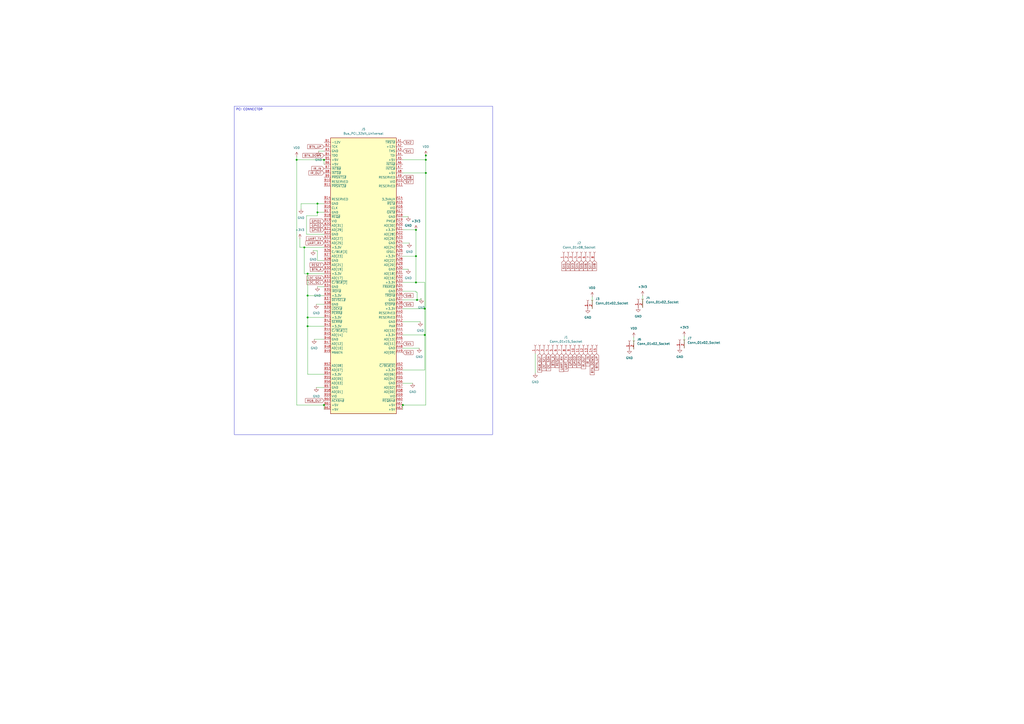
<source format=kicad_sch>
(kicad_sch (version 20231120) (generator "eeschema") (generator_version "8.0")
  (paper "A2")
  (title_block (title "NSEC BADGE 2025"))
  (lib_symbols
    (symbol "Connector:Bus_PCI_32bit_Universal"
      (property "Reference" "J" (at 0 80.01 0))
      (property "Value" "Bus_PCI_32bit_Universal" (at 0 -82.55 0))
      (symbol "Bus_PCI_32bit_Universal_0_1"
        (rectangle (start -19.05 78.74) (end 19.05 -81.28) (stroke (width 0.254)) (fill (type background)))
      )
      (symbol "Bus_PCI_32bit_Universal_1_1"
        (pin output line (at 22.86 76.2 180) (length 3.81) (name "~{TRST#}") (number "A1"))
        (pin power_in line (at 22.86 53.34 180) (length 3.81) (name "VIO") (number "A10"))
        (pin passive line (at 22.86 50.8 180) (length 3.81) (name "RESERVED") (number "A11"))
        (pin passive line (at 22.86 43.18 180) (length 3.81) (name "3.3VAUX") (number "A14"))
        (pin output line (at 22.86 40.64 180) (length 3.81) (name "~{RST#}") (number "A15"))
        (pin power_in line (at 22.86 38.1 180) (length 3.81) (name "VIO") (number "A16"))
        (pin bidirectional line (at 22.86 35.56 180) (length 3.81) (name "~{GNT#}") (number "A17"))
        (pin power_in line (at 22.86 33.02 180) (length 3.81) (name "GND") (number "A18"))
        (pin passive line (at 22.86 30.48 180) (length 3.81) (name "PME#") (number "A19"))
        (pin power_in line (at 22.86 73.66 180) (length 3.81) (name "+12V") (number "A2"))
        (pin bidirectional line (at 22.86 27.94 180) (length 3.81) (name "AD[30]") (number "A20"))
        (pin power_in line (at 22.86 25.4 180) (length 3.81) (name "+3.3V") (number "A21"))
        (pin bidirectional line (at 22.86 22.86 180) (length 3.81) (name "AD[28]") (number "A22"))
        (pin bidirectional line (at 22.86 20.32 180) (length 3.81) (name "AD[26]") (number "A23"))
        (pin power_in line (at 22.86 17.78 180) (length 3.81) (name "GND") (number "A24"))
        (pin bidirectional line (at 22.86 15.24 180) (length 3.81) (name "AD[24]") (number "A25"))
        (pin output line (at 22.86 12.7 180) (length 3.81) (name "IDSEL") (number "A26"))
        (pin power_in line (at 22.86 10.16 180) (length 3.81) (name "+3.3V") (number "A27"))
        (pin bidirectional line (at 22.86 7.62 180) (length 3.81) (name "AD[22]") (number "A28"))
        (pin bidirectional line (at 22.86 5.08 180) (length 3.81) (name "AD[20]") (number "A29"))
        (pin output line (at 22.86 71.12 180) (length 3.81) (name "TMS") (number "A3"))
        (pin power_in line (at 22.86 2.54 180) (length 3.81) (name "GND") (number "A30"))
        (pin bidirectional line (at 22.86 0 180) (length 3.81) (name "AD[18]") (number "A31"))
        (pin bidirectional line (at 22.86 -2.54 180) (length 3.81) (name "AD[16]") (number "A32"))
        (pin power_in line (at 22.86 -5.08 180) (length 3.81) (name "+3.3V") (number "A33"))
        (pin bidirectional line (at 22.86 -7.62 180) (length 3.81) (name "~{FRAME#}") (number "A34"))
        (pin power_in line (at 22.86 -10.16 180) (length 3.81) (name "GND") (number "A35"))
        (pin bidirectional line (at 22.86 -12.7 180) (length 3.81) (name "~{TRDY#}") (number "A36"))
        (pin power_in line (at 22.86 -15.24 180) (length 3.81) (name "GND") (number "A37"))
        (pin bidirectional line (at 22.86 -17.78 180) (length 3.81) (name "~{STOP#}") (number "A38"))
        (pin power_in line (at 22.86 -20.32 180) (length 3.81) (name "+3.3V") (number "A39"))
        (pin output line (at 22.86 68.58 180) (length 3.81) (name "TDI") (number "A4"))
        (pin bidirectional line (at 22.86 -22.86 180) (length 3.81) (name "RESERVED") (number "A40"))
        (pin bidirectional line (at 22.86 -25.4 180) (length 3.81) (name "RESERVED") (number "A41"))
        (pin power_in line (at 22.86 -27.94 180) (length 3.81) (name "GND") (number "A42"))
        (pin bidirectional line (at 22.86 -30.48 180) (length 3.81) (name "PAR") (number "A43"))
        (pin bidirectional line (at 22.86 -33.02 180) (length 3.81) (name "AD[15]") (number "A44"))
        (pin power_in line (at 22.86 -35.56 180) (length 3.81) (name "+3.3V") (number "A45"))
        (pin bidirectional line (at 22.86 -38.1 180) (length 3.81) (name "AD[13]") (number "A46"))
        (pin bidirectional line (at 22.86 -40.64 180) (length 3.81) (name "AD[11]") (number "A47"))
        (pin power_in line (at 22.86 -43.18 180) (length 3.81) (name "GND") (number "A48"))
        (pin bidirectional line (at 22.86 -45.72 180) (length 3.81) (name "AD[09]") (number "A49"))
        (pin power_in line (at 22.86 66.04 180) (length 3.81) (name "+5V") (number "A5"))
        (pin bidirectional line (at 22.86 -53.34 180) (length 3.81) (name "~{C/BE#[0]}") (number "A52"))
        (pin power_in line (at 22.86 -55.88 180) (length 3.81) (name "+3.3V") (number "A53"))
        (pin bidirectional line (at 22.86 -58.42 180) (length 3.81) (name "AD[06]") (number "A54"))
        (pin bidirectional line (at 22.86 -60.96 180) (length 3.81) (name "AD[04]") (number "A55"))
        (pin power_in line (at 22.86 -63.5 180) (length 3.81) (name "GND") (number "A56"))
        (pin bidirectional line (at 22.86 -66.04 180) (length 3.81) (name "AD[02]") (number "A57"))
        (pin bidirectional line (at 22.86 -68.58 180) (length 3.81) (name "AD[00]") (number "A58"))
        (pin power_in line (at 22.86 -71.12 180) (length 3.81) (name "VIO") (number "A59"))
        (pin input line (at 22.86 63.5 180) (length 3.81) (name "~{INTA#}") (number "A6"))
        (pin bidirectional line (at 22.86 -73.66 180) (length 3.81) (name "~{REQ64#}") (number "A60"))
        (pin power_in line (at 22.86 -76.2 180) (length 3.81) (name "+5V") (number "A61"))
        (pin power_in line (at 22.86 -78.74 180) (length 3.81) (name "+5V") (number "A62"))
        (pin input line (at 22.86 60.96 180) (length 3.81) (name "~{INTC#}") (number "A7"))
        (pin power_in line (at 22.86 58.42 180) (length 3.81) (name "+5V") (number "A8"))
        (pin passive line (at 22.86 55.88 180) (length 3.81) (name "RESERVED") (number "A9"))
        (pin power_in line (at -22.86 76.2 0) (length 3.81) (name "-12V") (number "B1"))
        (pin passive line (at -22.86 53.34 0) (length 3.81) (name "RESERVED") (number "B10"))
        (pin input line (at -22.86 50.8 0) (length 3.81) (name "~{PRSNT2#}") (number "B11"))
        (pin passive line (at -22.86 43.18 0) (length 3.81) (name "RESERVED") (number "B14"))
        (pin power_in line (at -22.86 40.64 0) (length 3.81) (name "GND") (number "B15"))
        (pin output line (at -22.86 38.1 0) (length 3.81) (name "CLK") (number "B16"))
        (pin power_in line (at -22.86 35.56 0) (length 3.81) (name "GND") (number "B17"))
        (pin bidirectional line (at -22.86 33.02 0) (length 3.81) (name "~{REQ#}") (number "B18"))
        (pin power_in line (at -22.86 30.48 0) (length 3.81) (name "VIO") (number "B19"))
        (pin output line (at -22.86 73.66 0) (length 3.81) (name "TCK") (number "B2"))
        (pin bidirectional line (at -22.86 27.94 0) (length 3.81) (name "AD[31]") (number "B20"))
        (pin bidirectional line (at -22.86 25.4 0) (length 3.81) (name "AD[29]") (number "B21"))
        (pin power_in line (at -22.86 22.86 0) (length 3.81) (name "GND") (number "B22"))
        (pin bidirectional line (at -22.86 20.32 0) (length 3.81) (name "AD[27]") (number "B23"))
        (pin bidirectional line (at -22.86 17.78 0) (length 3.81) (name "AD[25]") (number "B24"))
        (pin power_in line (at -22.86 15.24 0) (length 3.81) (name "+3.3V") (number "B25"))
        (pin bidirectional line (at -22.86 12.7 0) (length 3.81) (name "C/BE#[3]") (number "B26"))
        (pin bidirectional line (at -22.86 10.16 0) (length 3.81) (name "AD[23]") (number "B27"))
        (pin power_in line (at -22.86 7.62 0) (length 3.81) (name "GND") (number "B28"))
        (pin bidirectional line (at -22.86 5.08 0) (length 3.81) (name "AD[21]") (number "B29"))
        (pin power_in line (at -22.86 71.12 0) (length 3.81) (name "GND") (number "B3"))
        (pin bidirectional line (at -22.86 2.54 0) (length 3.81) (name "AD[19]") (number "B30"))
        (pin power_in line (at -22.86 0 0) (length 3.81) (name "+3.3V") (number "B31"))
        (pin bidirectional line (at -22.86 -2.54 0) (length 3.81) (name "AD[17]") (number "B32"))
        (pin bidirectional line (at -22.86 -5.08 0) (length 3.81) (name "~{C/BE#[2]}") (number "B33"))
        (pin power_in line (at -22.86 -7.62 0) (length 3.81) (name "GND") (number "B34"))
        (pin bidirectional line (at -22.86 -10.16 0) (length 3.81) (name "~{IRDY#}") (number "B35"))
        (pin power_in line (at -22.86 -12.7 0) (length 3.81) (name "+3.3V") (number "B36"))
        (pin bidirectional line (at -22.86 -15.24 0) (length 3.81) (name "~{DEVSEL#}") (number "B37"))
        (pin power_in line (at -22.86 -17.78 0) (length 3.81) (name "GND") (number "B38"))
        (pin bidirectional line (at -22.86 -20.32 0) (length 3.81) (name "~{LOCK#}") (number "B39"))
        (pin input line (at -22.86 68.58 0) (length 3.81) (name "TDO") (number "B4"))
        (pin bidirectional line (at -22.86 -22.86 0) (length 3.81) (name "~{PERR#}") (number "B40"))
        (pin power_in line (at -22.86 -25.4 0) (length 3.81) (name "+3.3V") (number "B41"))
        (pin input line (at -22.86 -27.94 0) (length 3.81) (name "~{SERR#}") (number "B42"))
        (pin power_in line (at -22.86 -30.48 0) (length 3.81) (name "+3.3V") (number "B43"))
        (pin bidirectional line (at -22.86 -33.02 0) (length 3.81) (name "~{C/BE#[1]}") (number "B44"))
        (pin bidirectional line (at -22.86 -35.56 0) (length 3.81) (name "AD[14]") (number "B45"))
        (pin power_in line (at -22.86 -38.1 0) (length 3.81) (name "GND") (number "B46"))
        (pin bidirectional line (at -22.86 -40.64 0) (length 3.81) (name "AD[12]") (number "B47"))
        (pin bidirectional line (at -22.86 -43.18 0) (length 3.81) (name "AD[10]") (number "B48"))
        (pin power_in line (at -22.86 -45.72 0) (length 3.81) (name "M66EN") (number "B49"))
        (pin power_in line (at -22.86 66.04 0) (length 3.81) (name "+5V") (number "B5"))
        (pin bidirectional line (at -22.86 -53.34 0) (length 3.81) (name "AD[08]") (number "B52"))
        (pin bidirectional line (at -22.86 -55.88 0) (length 3.81) (name "AD[07]") (number "B53"))
        (pin input line (at -22.86 -58.42 0) (length 3.81) (name "+3.3V") (number "B54"))
        (pin bidirectional line (at -22.86 -60.96 0) (length 3.81) (name "AD[05]") (number "B55"))
        (pin bidirectional line (at -22.86 -63.5 0) (length 3.81) (name "AD[03]") (number "B56"))
        (pin power_in line (at -22.86 -66.04 0) (length 3.81) (name "GND") (number "B57"))
        (pin bidirectional line (at -22.86 -68.58 0) (length 3.81) (name "AD[01]") (number "B58"))
        (pin power_in line (at -22.86 -71.12 0) (length 3.81) (name "VIO") (number "B59"))
        (pin power_in line (at -22.86 63.5 0) (length 3.81) (name "+5V") (number "B6"))
        (pin bidirectional line (at -22.86 -73.66 0) (length 3.81) (name "~{ACK64#}") (number "B60"))
        (pin power_in line (at -22.86 -76.2 0) (length 3.81) (name "+5V") (number "B61"))
        (pin power_in line (at -22.86 -78.74 0) (length 3.81) (name "+5V") (number "B62"))
        (pin input line (at -22.86 60.96 0) (length 3.81) (name "~{INTB#}") (number "B7"))
        (pin input line (at -22.86 58.42 0) (length 3.81) (name "~{INTD#}") (number "B8"))
        (pin input line (at -22.86 55.88 0) (length 3.81) (name "~{PRSNT1#}") (number "B9"))
      )
    )
    (symbol "Connector:Conn_01x02_Socket" (pin_names (offset 1.016) hide)
      (property "Reference" "J" (at 0 2.54 0))
      (property "Value" "Conn_01x02_Socket" (at 0 -5.08 0))
      (symbol "Conn_01x02_Socket_1_1"
        (arc (start 0 -2.032) (mid -0.5058 -2.54) (end 0 -3.048) (stroke (width 0.1524)))
        (polyline (pts (xy -1.27 -2.54) (xy -0.508 -2.54)) (stroke (width 0.1524)))
        (polyline (pts (xy -1.27 0) (xy -0.508 0)) (stroke (width 0.1524)))
        (arc (start 0 0.508) (mid -0.5058 0) (end 0 -0.508) (stroke (width 0.1524)))
        (pin passive line (at -5.08 0 0) (length 3.81) (name "Pin_1") (number "1"))
        (pin passive line (at -5.08 -2.54 0) (length 3.81) (name "Pin_2") (number "2"))
      )
    )
    (symbol "Connector:Conn_01x08_Socket" (pin_names (offset 1.016) hide)
      (property "Reference" "J" (at 0 10.16 0))
      (property "Value" "Conn_01x08_Socket" (at 0 -12.7 0))
      (symbol "Conn_01x08_Socket_1_1"
        (arc (start 0 -9.652) (mid -0.5058 -10.16) (end 0 -10.668) (stroke (width 0.1524)))
        (arc (start 0 -7.112) (mid -0.5058 -7.62) (end 0 -8.128) (stroke (width 0.1524)))
        (arc (start 0 -4.572) (mid -0.5058 -5.08) (end 0 -5.588) (stroke (width 0.1524)))
        (arc (start 0 -2.032) (mid -0.5058 -2.54) (end 0 -3.048) (stroke (width 0.1524)))
        (polyline (pts (xy -1.27 -10.16) (xy -0.508 -10.16)) (stroke (width 0.1524)))
        (polyline (pts (xy -1.27 -7.62) (xy -0.508 -7.62)) (stroke (width 0.1524)))
        (polyline (pts (xy -1.27 -5.08) (xy -0.508 -5.08)) (stroke (width 0.1524)))
        (polyline (pts (xy -1.27 -2.54) (xy -0.508 -2.54)) (stroke (width 0.1524)))
        (polyline (pts (xy -1.27 0) (xy -0.508 0)) (stroke (width 0.1524)))
        (polyline (pts (xy -1.27 2.54) (xy -0.508 2.54)) (stroke (width 0.1524)))
        (polyline (pts (xy -1.27 5.08) (xy -0.508 5.08)) (stroke (width 0.1524)))
        (polyline (pts (xy -1.27 7.62) (xy -0.508 7.62)) (stroke (width 0.1524)))
        (arc (start 0 0.508) (mid -0.5058 0) (end 0 -0.508) (stroke (width 0.1524)))
        (arc (start 0 3.048) (mid -0.5058 2.54) (end 0 2.032) (stroke (width 0.1524)))
        (arc (start 0 5.588) (mid -0.5058 5.08) (end 0 4.572) (stroke (width 0.1524)))
        (arc (start 0 8.128) (mid -0.5058 7.62) (end 0 7.112) (stroke (width 0.1524)))
        (pin passive line (at -5.08 7.62 0) (length 3.81) (name "Pin_1") (number "1"))
        (pin passive line (at -5.08 5.08 0) (length 3.81) (name "Pin_2") (number "2"))
        (pin passive line (at -5.08 2.54 0) (length 3.81) (name "Pin_3") (number "3"))
        (pin passive line (at -5.08 0 0) (length 3.81) (name "Pin_4") (number "4"))
        (pin passive line (at -5.08 -2.54 0) (length 3.81) (name "Pin_5") (number "5"))
        (pin passive line (at -5.08 -5.08 0) (length 3.81) (name "Pin_6") (number "6"))
        (pin passive line (at -5.08 -7.62 0) (length 3.81) (name "Pin_7") (number "7"))
        (pin passive line (at -5.08 -10.16 0) (length 3.81) (name "Pin_8") (number "8"))
      )
    )
    (symbol "Connector:Conn_01x15_Socket" (pin_names (offset 1.016) hide)
      (property "Reference" "J" (at 0 20.32 0))
      (property "Value" "Conn_01x15_Socket" (at 0 -20.32 0))
      (symbol "Conn_01x15_Socket_1_1"
        (arc (start 0 -17.272) (mid -0.5058 -17.78) (end 0 -18.288) (stroke (width 0.1524)))
        (arc (start 0 -14.732) (mid -0.5058 -15.24) (end 0 -15.748) (stroke (width 0.1524)))
        (arc (start 0 -12.192) (mid -0.5058 -12.7) (end 0 -13.208) (stroke (width 0.1524)))
        (arc (start 0 -9.652) (mid -0.5058 -10.16) (end 0 -10.668) (stroke (width 0.1524)))
        (arc (start 0 -7.112) (mid -0.5058 -7.62) (end 0 -8.128) (stroke (width 0.1524)))
        (arc (start 0 -4.572) (mid -0.5058 -5.08) (end 0 -5.588) (stroke (width 0.1524)))
        (arc (start 0 -2.032) (mid -0.5058 -2.54) (end 0 -3.048) (stroke (width 0.1524)))
        (polyline (pts (xy -1.27 -17.78) (xy -0.508 -17.78)) (stroke (width 0.1524)))
        (polyline (pts (xy -1.27 -15.24) (xy -0.508 -15.24)) (stroke (width 0.1524)))
        (polyline (pts (xy -1.27 -12.7) (xy -0.508 -12.7)) (stroke (width 0.1524)))
        (polyline (pts (xy -1.27 -10.16) (xy -0.508 -10.16)) (stroke (width 0.1524)))
        (polyline (pts (xy -1.27 -7.62) (xy -0.508 -7.62)) (stroke (width 0.1524)))
        (polyline (pts (xy -1.27 -5.08) (xy -0.508 -5.08)) (stroke (width 0.1524)))
        (polyline (pts (xy -1.27 -2.54) (xy -0.508 -2.54)) (stroke (width 0.1524)))
        (polyline (pts (xy -1.27 0) (xy -0.508 0)) (stroke (width 0.1524)))
        (polyline (pts (xy -1.27 2.54) (xy -0.508 2.54)) (stroke (width 0.1524)))
        (polyline (pts (xy -1.27 5.08) (xy -0.508 5.08)) (stroke (width 0.1524)))
        (polyline (pts (xy -1.27 7.62) (xy -0.508 7.62)) (stroke (width 0.1524)))
        (polyline (pts (xy -1.27 10.16) (xy -0.508 10.16)) (stroke (width 0.1524)))
        (polyline (pts (xy -1.27 12.7) (xy -0.508 12.7)) (stroke (width 0.1524)))
        (polyline (pts (xy -1.27 15.24) (xy -0.508 15.24)) (stroke (width 0.1524)))
        (polyline (pts (xy -1.27 17.78) (xy -0.508 17.78)) (stroke (width 0.1524)))
        (arc (start 0 0.508) (mid -0.5058 0) (end 0 -0.508) (stroke (width 0.1524)))
        (arc (start 0 3.048) (mid -0.5058 2.54) (end 0 2.032) (stroke (width 0.1524)))
        (arc (start 0 5.588) (mid -0.5058 5.08) (end 0 4.572) (stroke (width 0.1524)))
        (arc (start 0 8.128) (mid -0.5058 7.62) (end 0 7.112) (stroke (width 0.1524)))
        (arc (start 0 10.668) (mid -0.5058 10.16) (end 0 9.652) (stroke (width 0.1524)))
        (arc (start 0 13.208) (mid -0.5058 12.7) (end 0 12.192) (stroke (width 0.1524)))
        (arc (start 0 15.748) (mid -0.5058 15.24) (end 0 14.732) (stroke (width 0.1524)))
        (arc (start 0 18.288) (mid -0.5058 17.78) (end 0 17.272) (stroke (width 0.1524)))
        (pin passive line (at -5.08 17.78 0) (length 3.81) (name "Pin_1") (number "1"))
        (pin passive line (at -5.08 -5.08 0) (length 3.81) (name "Pin_10") (number "10"))
        (pin passive line (at -5.08 -7.62 0) (length 3.81) (name "Pin_11") (number "11"))
        (pin passive line (at -5.08 -10.16 0) (length 3.81) (name "Pin_12") (number "12"))
        (pin passive line (at -5.08 -12.7 0) (length 3.81) (name "Pin_13") (number "13"))
        (pin passive line (at -5.08 -15.24 0) (length 3.81) (name "Pin_14") (number "14"))
        (pin passive line (at -5.08 -17.78 0) (length 3.81) (name "Pin_15") (number "15"))
        (pin passive line (at -5.08 15.24 0) (length 3.81) (name "Pin_2") (number "2"))
        (pin passive line (at -5.08 12.7 0) (length 3.81) (name "Pin_3") (number "3"))
        (pin passive line (at -5.08 10.16 0) (length 3.81) (name "Pin_4") (number "4"))
        (pin passive line (at -5.08 7.62 0) (length 3.81) (name "Pin_5") (number "5"))
        (pin passive line (at -5.08 5.08 0) (length 3.81) (name "Pin_6") (number "6"))
        (pin passive line (at -5.08 2.54 0) (length 3.81) (name "Pin_7") (number "7"))
        (pin passive line (at -5.08 0 0) (length 3.81) (name "Pin_8") (number "8"))
        (pin passive line (at -5.08 -2.54 0) (length 3.81) (name "Pin_9") (number "9"))
      )
    )
    (symbol "power:+3V3" (power) (pin_numbers hide) (pin_names (offset 0) hide)
      (property "Value" "+3V3" (at 0 3.556 0))
      (symbol "+3V3_0_1"
        (polyline (pts (xy -0.762 1.27) (xy 0 2.54)))
        (polyline (pts (xy 0 0) (xy 0 2.54)))
        (polyline (pts (xy 0 2.54) (xy 0.762 1.27)))
      )
      (symbol "+3V3_1_1"
        (pin power_in line (at 0 0 90) (length 0) (name "~") (number "1"))
      )
    )
    (symbol "power:GND" (power) (pin_numbers hide) (pin_names (offset 0) hide)
      (property "Value" "GND" (at 0 -3.81 0))
      (symbol "GND_0_1"
        (polyline (pts (xy 0 0) (xy 0 -1.27) (xy 1.27 -1.27) (xy 0 -2.54) (xy -1.27 -1.27) (xy 0 -1.27)))
      )
      (symbol "GND_1_1"
        (pin power_in line (at 0 0 270) (length 0) (name "~") (number "1"))
      )
    )
  )
  (junction (at 184.15 123.19))
  (junction (at 178.435 158.75))
  (junction (at 233.68 234.95))
  (junction (at 172.085 92.71))
  (junction (at 247.015 92.71))
  (junction (at 184.15 118.11))
  (junction (at 187.96 92.71))
  (junction (at 247.015 90.17))
  (junction (at 241.3 163.83))
  (junction (at 246.38 179.07))
  (junction (at 246.38 194.31))
  (junction (at 241.3 133.35))
  (junction (at 187.96 234.95))
  (junction (at 241.3 148.59))
  (junction (at 178.435 189.23))
  (junction (at 176.53 143.51))
  (junction (at 178.435 171.45))
  (junction (at 178.435 184.15))
  (junction (at 247.015 100.33))
  (junction (at 241.935 173.99))
  (bus_entry (at -969.645 -440.055) (size 2.54 2.54))
  (wire (pts (xy 172.085 92.71) (xy 187.96 92.71)))
  (wire (pts (xy 178.435 158.75) (xy 187.96 158.75)))
  (wire (pts (xy 233.68 201.93) (xy 243.205 201.93)))
  (wire (pts (xy 233.68 234.95) (xy 247.015 234.95)))
  (wire (pts (xy 184.785 87.63) (xy 187.96 87.63)))
  (wire (pts (xy 187.96 92.71) (xy 187.96 95.25)))
  (wire (pts (xy 178.435 171.45) (xy 178.435 184.15)))
  (wire (pts (xy 177.8 135.89) (xy 187.96 135.89)))
  (wire (pts (xy 183.515 224.79) (xy 187.96 224.79)))
  (wire (pts (xy 184.15 166.37) (xy 187.96 166.37)))
  (wire (pts (xy 184.15 151.13) (xy 187.96 151.13)))
  (wire (pts (xy 246.38 194.31) (xy 246.38 214.63)))
  (wire (pts (xy 172.085 90.805) (xy 172.085 92.71)))
  (wire (pts (xy 241.3 169.545) (xy 241.3 168.91)))
  (wire (pts (xy 184.15 123.19) (xy 184.15 125.095)))
  (wire (pts (xy 182.245 196.85) (xy 187.96 196.85)))
  (wire (pts (xy 241.3 168.91) (xy 233.68 168.91)))
  (wire (pts (xy 367.665 195.58) (xy 367.665 202.565)))
  (wire (pts (xy 343.535 172.085) (xy 343.535 179.07)))
  (wire (pts (xy 247.015 90.17) (xy 247.015 92.71)))
  (wire (pts (xy 233.68 92.71) (xy 247.015 92.71)))
  (wire (pts (xy 247.015 92.71) (xy 247.015 100.33)))
  (wire (pts (xy 243.84 186.69) (xy 233.68 186.69)))
  (wire (pts (xy 178.435 184.15) (xy 178.435 189.23)))
  (wire (pts (xy 178.435 184.15) (xy 187.96 184.15)))
  (wire (pts (xy 247.015 100.33) (xy 233.68 100.33)))
  (wire (pts (xy 372.745 171.45) (xy 372.745 178.435)))
  (wire (pts (xy 246.38 163.83) (xy 241.3 163.83)))
  (wire (pts (xy 243.84 173.355) (xy 243.84 173.99)))
  (wire (pts (xy 176.53 143.51) (xy 176.53 158.75)))
  (wire (pts (xy 173.99 143.51) (xy 176.53 143.51)))
  (wire (pts (xy 237.49 140.97) (xy 233.68 140.97)))
  (wire (pts (xy 176.53 158.75) (xy 178.435 158.75)))
  (wire (pts (xy 241.3 163.83) (xy 233.68 163.83)))
  (wire (pts (xy 178.435 189.23) (xy 178.435 217.17)))
  (wire (pts (xy 244.475 173.355) (xy 243.84 173.355)))
  (wire (pts (xy 241.3 133.35) (xy 233.68 133.35)))
  (wire (pts (xy 247.015 234.95) (xy 247.015 100.33)))
  (wire (pts (xy 174.625 118.11) (xy 174.625 121.285)))
  (wire (pts (xy 233.68 179.07) (xy 246.38 179.07)))
  (wire (pts (xy 241.3 148.59) (xy 233.68 148.59)))
  (wire (pts (xy 236.855 156.21) (xy 233.68 156.21)))
  (wire (pts (xy 184.15 118.11) (xy 184.15 123.19)))
  (wire (pts (xy 310.515 216.535) (xy 310.515 205.105)))
  (wire (pts (xy 396.875 194.945) (xy 396.875 201.93)))
  (wire (pts (xy 172.085 234.95) (xy 187.96 234.95)))
  (wire (pts (xy 236.855 125.73) (xy 233.68 125.73)))
  (wire (pts (xy 246.38 179.07) (xy 246.38 163.83)))
  (wire (pts (xy 187.96 234.95) (xy 187.96 237.49)))
  (wire (pts (xy 178.435 189.23) (xy 187.96 189.23)))
  (wire (pts (xy 184.15 125.095) (xy 177.8 125.095)))
  (wire (pts (xy 173.99 138.43) (xy 173.99 143.51)))
  (wire (pts (xy 181.61 145.415) (xy 184.15 145.415)))
  (wire (pts (xy 184.15 118.11) (xy 174.625 118.11)))
  (wire (pts (xy 184.15 123.19) (xy 187.96 123.19)))
  (wire (pts (xy 241.3 163.83) (xy 241.3 148.59)))
  (wire (pts (xy 247.015 89.535) (xy 247.015 90.17)))
  (wire (pts (xy 233.68 237.49) (xy 233.68 234.95)))
  (wire (pts (xy 246.38 179.07) (xy 246.38 194.31)))
  (wire (pts (xy 176.53 143.51) (xy 187.96 143.51)))
  (wire (pts (xy 177.8 135.89) (xy 177.8 125.095)))
  (wire (pts (xy 178.435 171.45) (xy 187.96 171.45)))
  (wire (pts (xy 184.15 145.415) (xy 184.15 151.13)))
  (wire (pts (xy 183.515 176.53) (xy 187.96 176.53)))
  (wire (pts (xy 233.68 173.99) (xy 241.935 173.99)))
  (wire (pts (xy 178.435 217.17) (xy 187.96 217.17)))
  (wire (pts (xy 233.68 214.63) (xy 246.38 214.63)))
  (wire (pts (xy 241.3 169.545) (xy 241.935 169.545)))
  (wire (pts (xy 243.84 173.99) (xy 241.935 173.99)))
  (wire (pts (xy 241.3 148.59) (xy 241.3 133.35)))
  (wire (pts (xy 233.68 194.31) (xy 246.38 194.31)))
  (wire (pts (xy 241.935 169.545) (xy 241.935 173.99)))
  (wire (pts (xy 172.085 92.71) (xy 172.085 234.95)))
  (wire (pts (xy 184.15 118.11) (xy 187.96 118.11)))
  (wire (pts (xy 178.435 158.75) (xy 178.435 171.45)))
  (wire (pts (xy 239.395 222.25) (xy 233.68 222.25)))
  (text_box "PCI CONNECTOR" (at 135.89 61.595 0) (size 149.86 190.5) (effects (font (size 1.27 1.27)) (justify left top)))
  (global_label "I2C_SDA" (shape input) (at 187.96 161.29 180) (property "Intersheetrefs" "${INTERSHEET_REFS}" (effects (hide yes))))
  (global_label "SV5" (shape input) (at 337.185 151.13 270) (property "Intersheetrefs" "${INTERSHEET_REFS}" (effects (hide yes))))
  (global_label "IR_IN" (shape input) (at 187.96 97.79 180) (property "Intersheetrefs" "${INTERSHEET_REFS}" (effects (hide yes))))
  (global_label "SV8" (shape input) (at 344.805 151.13 270) (property "Intersheetrefs" "${INTERSHEET_REFS}" (effects (hide yes))))
  (global_label "BTN_DOWN" (shape input) (at 187.96 90.17 180) (property "Intersheetrefs" "${INTERSHEET_REFS}" (effects (hide yes))))
  (global_label "IR_IN" (shape input) (at 340.995 205.105 270) (property "Intersheetrefs" "${INTERSHEET_REFS}" (effects (hide yes))))
  (global_label "BTN_UP" (shape input) (at 187.96 85.09 180) (property "Intersheetrefs" "${INTERSHEET_REFS}" (effects (hide yes))))
  (global_label "SV1" (shape input) (at 327.025 151.13 270) (property "Intersheetrefs" "${INTERSHEET_REFS}" (effects (hide yes))))
  (global_label "UART_RX" (shape input) (at 325.755 205.105 270) (property "Intersheetrefs" "${INTERSHEET_REFS}" (effects (hide yes))))
  (global_label "GPIO1" (shape input) (at 330.835 205.105 270) (property "Intersheetrefs" "${INTERSHEET_REFS}" (effects (hide yes))))
  (global_label "SV3" (shape input) (at 332.105 151.13 270) (property "Intersheetrefs" "${INTERSHEET_REFS}" (effects (hide yes))))
  (global_label "SV4" (shape input) (at 334.645 151.13 270) (property "Intersheetrefs" "${INTERSHEET_REFS}" (effects (hide yes))))
  (global_label "SV2" (shape input) (at 329.565 151.13 270) (property "Intersheetrefs" "${INTERSHEET_REFS}" (effects (hide yes))))
  (global_label "UART_TX" (shape input) (at 187.96 138.43 180) (property "Intersheetrefs" "${INTERSHEET_REFS}" (effects (hide yes))))
  (global_label "IR_OUT" (shape input) (at 338.455 205.105 270) (property "Intersheetrefs" "${INTERSHEET_REFS}" (effects (hide yes))))
  (global_label "SV5" (shape input) (at 233.68 176.53 0) (property "Intersheetrefs" "${INTERSHEET_REFS}" (effects (hide yes))))
  (global_label "I2C_SCL" (shape input) (at 187.96 163.83 180) (property "Intersheetrefs" "${INTERSHEET_REFS}" (effects (hide yes))))
  (global_label "UART_RX" (shape input) (at 187.96 140.97 180) (property "Intersheetrefs" "${INTERSHEET_REFS}" (effects (hide yes))))
  (global_label "GPIO3" (shape input) (at 187.96 133.35 180) (property "Intersheetrefs" "${INTERSHEET_REFS}" (effects (hide yes))))
  (global_label "I2C_SCL" (shape input) (at 315.595 205.105 270) (property "Intersheetrefs" "${INTERSHEET_REFS}" (effects (hide yes))))
  (global_label "BTN_A" (shape input) (at 187.96 156.21 180) (property "Intersheetrefs" "${INTERSHEET_REFS}" (effects (hide yes))))
  (global_label "SV8" (shape input) (at 233.68 102.87 0) (property "Intersheetrefs" "${INTERSHEET_REFS}" (effects (hide yes))))
  (global_label "BTN_UP" (shape input) (at 346.075 205.105 270) (property "Intersheetrefs" "${INTERSHEET_REFS}" (effects (hide yes))))
  (global_label "SV7" (shape input) (at 233.68 105.41 0) (property "Intersheetrefs" "${INTERSHEET_REFS}" (effects (hide yes))))
  (global_label "RGB_OUT" (shape input) (at 313.055 205.105 270) (property "Intersheetrefs" "${INTERSHEET_REFS}" (effects (hide yes))))
  (global_label "UART_TX" (shape input) (at 328.295 205.105 270) (property "Intersheetrefs" "${INTERSHEET_REFS}" (effects (hide yes))))
  (global_label "RESET" (shape input) (at 323.215 205.105 270) (property "Intersheetrefs" "${INTERSHEET_REFS}" (effects (hide yes))))
  (global_label "SV1" (shape input) (at 233.68 87.63 0) (property "Intersheetrefs" "${INTERSHEET_REFS}" (effects (hide yes))))
  (global_label "I2C_SDA" (shape input) (at 318.135 205.105 270) (property "Intersheetrefs" "${INTERSHEET_REFS}" (effects (hide yes))))
  (global_label "RGB_OUT" (shape input) (at 187.96 232.41 180) (property "Intersheetrefs" "${INTERSHEET_REFS}" (effects (hide yes))))
  (global_label "SV6" (shape input) (at 339.725 151.13 270) (property "Intersheetrefs" "${INTERSHEET_REFS}" (effects (hide yes))))
  (global_label "BTN_A" (shape input) (at 320.675 205.105 270) (property "Intersheetrefs" "${INTERSHEET_REFS}" (effects (hide yes))))
  (global_label "BTN_DOWN" (shape input) (at 343.535 205.105 270) (property "Intersheetrefs" "${INTERSHEET_REFS}" (effects (hide yes))))
  (global_label "SV3" (shape input) (at 233.68 204.47 0) (property "Intersheetrefs" "${INTERSHEET_REFS}" (effects (hide yes))))
  (global_label "GPIO1" (shape input) (at 187.96 128.27 180) (property "Intersheetrefs" "${INTERSHEET_REFS}" (effects (hide yes))))
  (global_label "SV7" (shape input) (at 342.265 151.13 270) (property "Intersheetrefs" "${INTERSHEET_REFS}" (effects (hide yes))))
  (global_label "GPIO2" (shape input) (at 187.96 130.81 180) (property "Intersheetrefs" "${INTERSHEET_REFS}" (effects (hide yes))))
  (global_label "RESET" (shape input) (at 187.96 153.67 180) (property "Intersheetrefs" "${INTERSHEET_REFS}" (effects (hide yes))))
  (global_label "SV2" (shape input) (at 233.68 82.55 0) (property "Intersheetrefs" "${INTERSHEET_REFS}" (effects (hide yes))))
  (global_label "IR_OUT" (shape input) (at 187.96 100.33 180) (property "Intersheetrefs" "${INTERSHEET_REFS}" (effects (hide yes))))
  (global_label "GPIO3" (shape input) (at 335.915 205.105 270) (property "Intersheetrefs" "${INTERSHEET_REFS}" (effects (hide yes))))
  (global_label "SV4" (shape input) (at 233.68 199.39 0) (property "Intersheetrefs" "${INTERSHEET_REFS}" (effects (hide yes))))
  (global_label "GPIO2" (shape input) (at 333.375 205.105 270) (property "Intersheetrefs" "${INTERSHEET_REFS}" (effects (hide yes))))
  (global_label "SV6" (shape input) (at 233.68 171.45 0) (property "Intersheetrefs" "${INTERSHEET_REFS}" (effects (hide yes))))
  (symbol (lib_id "power:+3V3") (at 173.99 138.43 0) (unit 1)
    (property "Reference" "#PWR059" (effects (hide yes)))
    (property "Value" "+3V3" (at 173.99 133.35 0))
    (property "Description" "Power symbol creates a global label with name \"+3V3\"" (effects (hide yes)))
  )
  (symbol (lib_id "Connector:Conn_01x02_Socket") (at 370.205 173.355 90) (unit 1)
    (property "Reference" "J4" (at 374.65 172.7199 90) (effects (justify right)))
    (property "Value" "Conn_01x02_Socket" (at 374.65 175.2599 90) (effects (justify right)))
    (property "Footprint" "Connector_PinSocket_2.54mm:PinSocket_1x02_P2.54mm_Vertical" (effects (hide yes)))
    (property "Description" "Generic connector, single row, 01x02, script generated" (effects (hide yes)))
  )
  (symbol (lib_id "power:GND") (at 243.205 201.93 0) (unit 1)
    (property "Reference" "#PWR068" (effects (hide yes)))
    (property "Value" "GND" (at 243.205 207.01 0))
    (property "Description" "Power symbol creates a global label with name \"GND\" , ground" (effects (hide yes)))
  )
  (symbol (lib_id "power:GND") (at 174.625 121.285 0) (unit 1)
    (property "Reference" "#PWR062" (effects (hide yes)))
    (property "Value" "GND" (at 174.625 126.365 0))
    (property "Description" "Power symbol creates a global label with name \"GND\" , ground" (effects (hide yes)))
  )
  (symbol (lib_id "power:GND") (at 237.49 140.97 0) (unit 1)
    (property "Reference" "#PWR072" (effects (hide yes)))
    (property "Value" "GND" (at 237.49 146.05 0))
    (property "Description" "Power symbol creates a global label with name \"GND\" , ground" (effects (hide yes)))
  )
  (symbol (lib_id "power:GND") (at 243.84 186.69 0) (unit 1)
    (property "Reference" "#PWR069" (effects (hide yes)))
    (property "Value" "GND" (at 243.84 191.77 0))
    (property "Description" "Power symbol creates a global label with name \"GND\" , ground" (effects (hide yes)))
  )
  (symbol (lib_id "power:+3V3") (at 172.085 90.805 0) (unit 1)
    (property "Reference" "#PWR058" (effects (hide yes)))
    (property "Value" "VDD" (at 172.085 85.725 0))
    (property "Description" "Power symbol creates a global label with name \"+3V3\"" (effects (hide yes)))
  )
  (symbol (lib_id "power:GND") (at 183.515 176.53 0) (unit 1)
    (property "Reference" "#PWR064" (effects (hide yes)))
    (property "Value" "GND" (at 183.515 181.61 0))
    (property "Description" "Power symbol creates a global label with name \"GND\" , ground" (effects (hide yes)))
  )
  (symbol (lib_id "power:GND") (at 236.855 156.21 0) (unit 1)
    (property "Reference" "#PWR071" (effects (hide yes)))
    (property "Value" "GND" (at 236.855 161.29 0))
    (property "Description" "Power symbol creates a global label with name \"GND\" , ground" (effects (hide yes)))
  )
  (symbol (lib_id "power:GND") (at 394.335 201.93 0) (unit 1)
    (property "Reference" "#PWR03" (effects (hide yes)))
    (property "Value" "GND" (at 394.335 207.01 0))
    (property "Description" "Power symbol creates a global label with name \"GND\" , ground" (effects (hide yes)))
  )
  (symbol (lib_id "Connector:Conn_01x02_Socket") (at 365.125 197.485 90) (unit 1)
    (property "Reference" "J6" (at 369.57 196.8499 90) (effects (justify right)))
    (property "Value" "Conn_01x02_Socket" (at 369.57 199.3899 90) (effects (justify right)))
    (property "Footprint" "Connector_PinSocket_2.54mm:PinSocket_1x02_P2.54mm_Vertical" (effects (hide yes)))
    (property "Description" "Generic connector, single row, 01x02, script generated" (effects (hide yes)))
  )
  (symbol (lib_id "power:+3V3") (at 241.3 133.35 0) (unit 1)
    (property "Reference" "#PWR060" (effects (hide yes)))
    (property "Value" "+3V3" (at 241.3 128.27 0))
    (property "Description" "Power symbol creates a global label with name \"+3V3\"" (effects (hide yes)))
  )
  (symbol (lib_id "power:+3V3") (at 372.745 171.45 0) (unit 1)
    (property "Reference" "#PWR033" (effects (hide yes)))
    (property "Value" "+3V3" (at 372.745 166.37 0))
    (property "Description" "Power symbol creates a global label with name \"+3V3\"" (effects (hide yes)))
  )
  (symbol (lib_id "Connector:Conn_01x08_Socket") (at 334.645 146.05 90) (unit 1)
    (property "Reference" "J2" (at 335.915 140.97 90))
    (property "Value" "Conn_01x08_Socket" (at 335.915 143.51 90))
    (property "Footprint" "Connector_PinHeader_2.54mm:PinHeader_1x08_P2.54mm_Vertical" (effects (hide yes)))
    (property "Description" "Generic connector, single row, 01x08, script generated" (effects (hide yes)))
  )
  (symbol (lib_id "Connector:Conn_01x02_Socket") (at 394.335 196.85 90) (unit 1)
    (property "Reference" "J7" (at 398.78 196.2149 90) (effects (justify right)))
    (property "Value" "Conn_01x02_Socket" (at 398.78 198.7549 90) (effects (justify right)))
    (property "Footprint" "Connector_PinSocket_2.54mm:PinSocket_1x02_P2.54mm_Vertical" (effects (hide yes)))
    (property "Description" "Generic connector, single row, 01x02, script generated" (effects (hide yes)))
  )
  (symbol (lib_id "Connector:Bus_PCI_32bit_Universal") (at 210.82 158.75 0) (unit 1)
    (property "Reference" "J5" (at 210.82 74.93 0))
    (property "Value" "Bus_PCI_32bit_Universal" (at 210.82 77.47 0))
    (property "Footprint" "footprints:CONN-TH_EH06003-DAW-DF" (effects (hide yes)))
    (property "Datasheet" "http://pinouts.ru/Slots/PCI_pinout.shtml" (effects (hide yes)))
    (property "Description" "PCI bus connector for universal 5V/3.3V cards" (effects (hide yes)))
  )
  (symbol (lib_id "power:GND") (at 244.475 173.355 0) (unit 1)
    (property "Reference" "#PWR070" (effects (hide yes)))
    (property "Value" "GND" (at 244.475 178.435 0))
    (property "Description" "Power symbol creates a global label with name \"GND\" , ground" (effects (hide yes)))
  )
  (symbol (lib_id "power:+3V3") (at 247.015 90.17 0) (unit 1)
    (property "Reference" "#PWR075" (effects (hide yes)))
    (property "Value" "VDD" (at 247.015 85.09 0))
    (property "Description" "Power symbol creates a global label with name \"+3V3\"" (effects (hide yes)))
  )
  (symbol (lib_id "Connector:Conn_01x02_Socket") (at 340.995 173.99 90) (unit 1)
    (property "Reference" "J3" (at 345.44 173.3549 90) (effects (justify right)))
    (property "Value" "Conn_01x02_Socket" (at 345.44 175.8949 90) (effects (justify right)))
    (property "Footprint" "Connector_PinSocket_2.54mm:PinSocket_1x02_P2.54mm_Vertical" (effects (hide yes)))
    (property "Description" "Generic connector, single row, 01x02, script generated" (effects (hide yes)))
  )
  (symbol (lib_id "power:GND") (at 340.995 179.07 0) (unit 1)
    (property "Reference" "#PWR029" (effects (hide yes)))
    (property "Value" "GND" (at 340.995 184.15 0))
    (property "Description" "Power symbol creates a global label with name \"GND\" , ground" (effects (hide yes)))
  )
  (symbol (lib_id "power:GND") (at 184.785 87.63 0) (unit 1)
    (property "Reference" "#PWR074" (effects (hide yes)))
    (property "Value" "GND" (at 184.785 92.71 0))
    (property "Description" "Power symbol creates a global label with name \"GND\" , ground" (effects (hide yes)))
  )
  (symbol (lib_id "power:GND") (at 184.15 166.37 0) (unit 1)
    (property "Reference" "#PWR063" (effects (hide yes)))
    (property "Value" "GND" (at 184.15 171.45 0))
    (property "Description" "Power symbol creates a global label with name \"GND\" , ground" (effects (hide yes)))
  )
  (symbol (lib_id "power:GND") (at 183.515 224.79 0) (unit 1)
    (property "Reference" "#PWR066" (effects (hide yes)))
    (property "Value" "GND" (at 183.515 229.87 0))
    (property "Description" "Power symbol creates a global label with name \"GND\" , ground" (effects (hide yes)))
  )
  (symbol (lib_id "power:GND") (at 181.61 145.415 0) (unit 1)
    (property "Reference" "#PWR061" (effects (hide yes)))
    (property "Value" "GND" (at 181.61 150.495 0))
    (property "Description" "Power symbol creates a global label with name \"GND\" , ground" (effects (hide yes)))
  )
  (symbol (lib_id "Connector:Conn_01x15_Socket") (at 328.295 200.025 90) (unit 1)
    (property "Reference" "J1" (at 328.295 195.58 90))
    (property "Value" "Conn_01x15_Socket" (at 328.295 198.12 90))
    (property "Footprint" "Connector_PinSocket_2.54mm:PinSocket_1x15_P2.54mm_Vertical" (effects (hide yes)))
    (property "Description" "Generic connector, single row, 01x15, script generated" (effects (hide yes)))
  )
  (symbol (lib_id "power:+3V3") (at 396.875 194.945 0) (unit 1)
    (property "Reference" "#PWR05" (effects (hide yes)))
    (property "Value" "+3V3" (at 396.875 189.865 0))
    (property "Description" "Power symbol creates a global label with name \"+3V3\"" (effects (hide yes)))
  )
  (symbol (lib_id "power:GND") (at 236.855 125.73 0) (unit 1)
    (property "Reference" "#PWR073" (effects (hide yes)))
    (property "Value" "GND" (at 236.855 130.81 0))
    (property "Description" "Power symbol creates a global label with name \"GND\" , ground" (effects (hide yes)))
  )
  (symbol (lib_id "power:+3V3") (at 343.535 172.085 0) (mirror y) (unit 1)
    (property "Reference" "#PWR031" (effects (hide yes)))
    (property "Value" "VDD" (at 343.535 167.005 0))
    (property "Description" "Power symbol creates a global label with name \"+3V3\"" (effects (hide yes)))
  )
  (symbol (lib_id "power:GND") (at 370.205 178.435 0) (unit 1)
    (property "Reference" "#PWR032" (effects (hide yes)))
    (property "Value" "GND" (at 370.205 183.515 0))
    (property "Description" "Power symbol creates a global label with name \"GND\" , ground" (effects (hide yes)))
  )
  (symbol (lib_id "power:+3V3") (at 367.665 195.58 0) (mirror y) (unit 1)
    (property "Reference" "#PWR02" (effects (hide yes)))
    (property "Value" "VDD" (at 367.665 190.5 0))
    (property "Description" "Power symbol creates a global label with name \"+3V3\"" (effects (hide yes)))
  )
  (symbol (lib_id "power:GND") (at 365.125 202.565 0) (unit 1)
    (property "Reference" "#PWR01" (effects (hide yes)))
    (property "Value" "GND" (at 365.125 207.645 0))
    (property "Description" "Power symbol creates a global label with name \"GND\" , ground" (effects (hide yes)))
  )
  (symbol (lib_id "power:GND") (at 310.515 216.535 0) (unit 1)
    (property "Reference" "#PWR04" (effects (hide yes)))
    (property "Value" "GND" (at 310.515 221.615 0))
    (property "Description" "Power symbol creates a global label with name \"GND\" , ground" (effects (hide yes)))
  )
  (symbol (lib_id "power:GND") (at 239.395 222.25 0) (unit 1)
    (property "Reference" "#PWR067" (effects (hide yes)))
    (property "Value" "GND" (at 239.395 227.33 0))
    (property "Description" "Power symbol creates a global label with name \"GND\" , ground" (effects (hide yes)))
  )
  (symbol (lib_id "power:GND") (at 182.245 196.85 0) (unit 1)
    (property "Reference" "#PWR065" (effects (hide yes)))
    (property "Value" "GND" (at 182.245 201.93 0))
    (property "Description" "Power symbol creates a global label with name \"GND\" , ground" (effects (hide yes)))
  )
)
</source>
